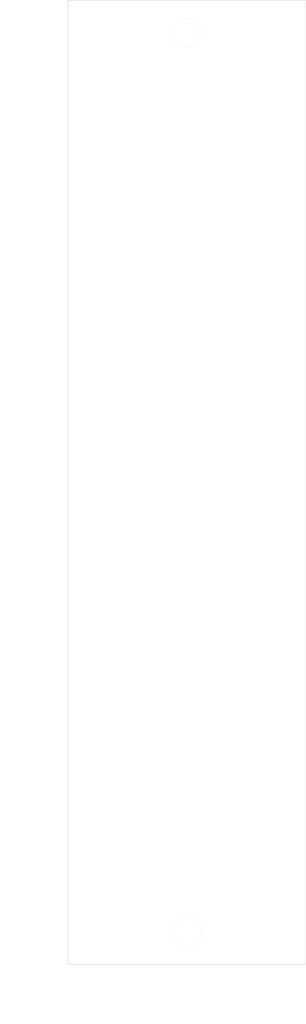
<source format=kicad_pcb>
(kicad_pcb (version 20241229) (generator "pcbnew") (generator_version "9.0")
  (title_block (title "AE Modular 1U Panel") (date "2025-10-13") (rev "1.0") (company "clectric.diy") (comment 1 "Charles H. Leggett"))
  (layers (0 "F.Cu" signal) (2 "B.Cu" signal) (13 "F.Paste" user) (15 "B.Paste" user) (5 "F.SilkS" user "F.Silkscreen") (7 "B.SilkS" user "B.Silkscreen") (1 "F.Mask" user) (3 "B.Mask" user) (25 "Edge.Cuts" user))
  (net 0 "")
  (footprint "clectric-diy:AE_1U_PANEL" (layer "F.Cu") (at 112.7 150.8)
    (property "Reference" "REF**" (hide yes))
    (property "Value" "AE_1U_PANEL")
    (fp_rect (start 6.9 -107) (end 31.9 -6) (stroke (width 0.05)) (fill no) (layer "Edge.Cuts"))
    (pad "1" thru_hole circle (at 19.4 -103.6) (size 3 3) (drill 3) (layers "*.Cu" "*.Mask"))
    (pad "2" thru_hole circle (at 19.4 -9.4 90) (size 3 3) (drill 3) (layers "*.Cu" "*.Mask"))
  )
)
</source>
